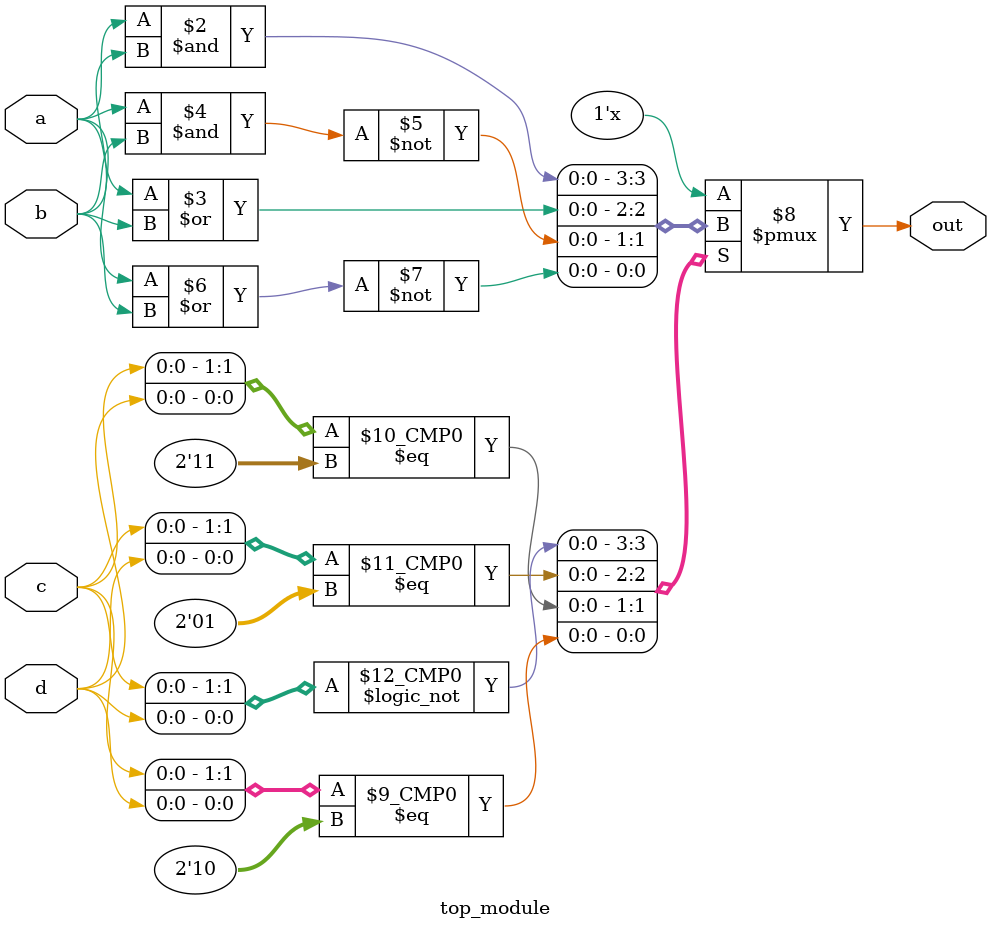
<source format=sv>
module top_module (
	input a, 
	input b,
	input c,
	input d,
	output reg out
);

always @ (a, b, c, d) begin
  case ({c,d})
    2'b00: out = a & b;
    2'b01: out = a | b;
    2'b11: out = ~(a & b);
    2'b10: out = ~(a | b);
  endcase
end

endmodule

</source>
